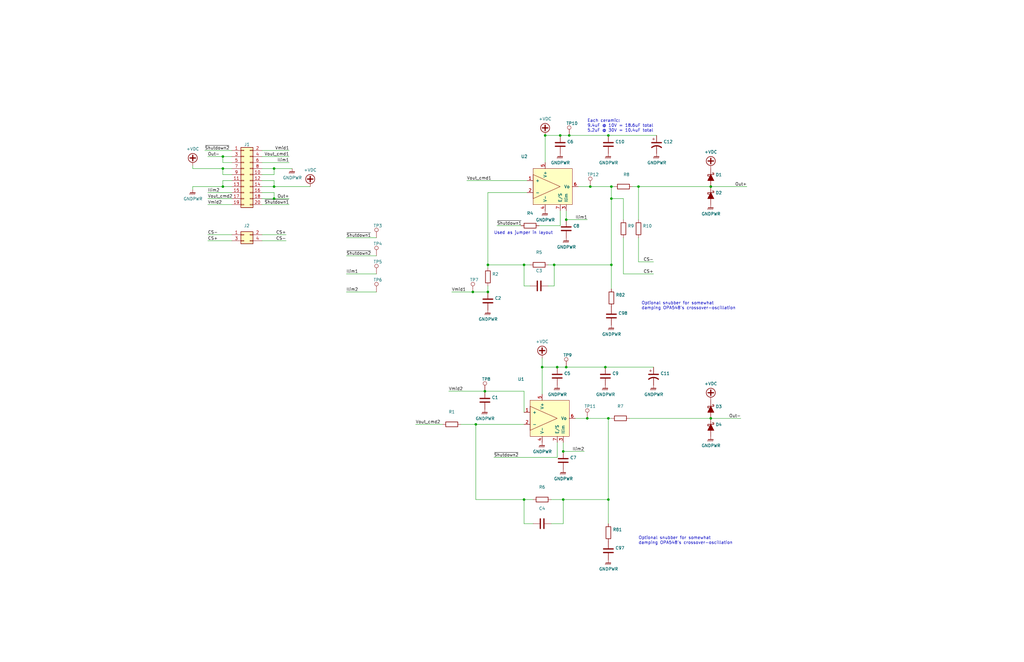
<source format=kicad_sch>
(kicad_sch (version 20211123) (generator eeschema)
  (paper "B")
  (title_block (title "Single Channel") (rev "D2") (company "Martinos Center @ MGH") (comment 1 "Don Straney"))
  (lib_symbols
    (symbol "Connector:TestPoint" (pin_numbers hide) (pin_names (offset 0.762) hide)
      (property "Reference" "TP" (at 0 6.858 0))
      (property "Value" "TestPoint" (at 0 5.08 0))
      (symbol "TestPoint_0_1"
        (circle (center 0 3.302) (radius 0.762))
      )
      (symbol "TestPoint_1_1"
        (pin passive line (at 0 0 90) (length 2.54) (name "1") (number "1"))
      )
    )
    (symbol "Connector_Generic:Conn_02x02_Odd_Even" (pin_names (offset 1.016) hide)
      (property "Reference" "J" (at 1.27 2.54 0))
      (property "Value" "Conn_02x02_Odd_Even" (at 1.27 -5.08 0))
      (symbol "Conn_02x02_Odd_Even_1_1"
        (rectangle (start -1.27 -2.413) (end 0 -2.667) (stroke (width 0.1524)))
        (rectangle (start -1.27 0.127) (end 0 -0.127) (stroke (width 0.1524)))
        (rectangle (start -1.27 1.27) (end 3.81 -3.81) (stroke (width 0.254)) (fill (type background)))
        (rectangle (start 3.81 -2.413) (end 2.54 -2.667) (stroke (width 0.1524)))
        (rectangle (start 3.81 0.127) (end 2.54 -0.127) (stroke (width 0.1524)))
        (pin passive line (at -5.08 0 0) (length 3.81) (name "Pin_1") (number "1"))
        (pin passive line (at 7.62 0 180) (length 3.81) (name "Pin_2") (number "2"))
        (pin passive line (at -5.08 -2.54 0) (length 3.81) (name "Pin_3") (number "3"))
        (pin passive line (at 7.62 -2.54 180) (length 3.81) (name "Pin_4") (number "4"))
      )
    )
    (symbol "Connector_Generic:Conn_02x10_Odd_Even" (pin_names (offset 1.016) hide)
      (property "Reference" "J" (at 1.27 12.7 0))
      (property "Value" "Conn_02x10_Odd_Even" (at 1.27 -15.24 0))
      (symbol "Conn_02x10_Odd_Even_1_1"
        (rectangle (start -1.27 -12.573) (end 0 -12.827) (stroke (width 0.1524)))
        (rectangle (start -1.27 -10.033) (end 0 -10.287) (stroke (width 0.1524)))
        (rectangle (start -1.27 -7.493) (end 0 -7.747) (stroke (width 0.1524)))
        (rectangle (start -1.27 -4.953) (end 0 -5.207) (stroke (width 0.1524)))
        (rectangle (start -1.27 -2.413) (end 0 -2.667) (stroke (width 0.1524)))
        (rectangle (start -1.27 0.127) (end 0 -0.127) (stroke (width 0.1524)))
        (rectangle (start -1.27 2.667) (end 0 2.413) (stroke (width 0.1524)))
        (rectangle (start -1.27 5.207) (end 0 4.953) (stroke (width 0.1524)))
        (rectangle (start -1.27 7.747) (end 0 7.493) (stroke (width 0.1524)))
        (rectangle (start -1.27 10.287) (end 0 10.033) (stroke (width 0.1524)))
        (rectangle (start -1.27 11.43) (end 3.81 -13.97) (stroke (width 0.254)) (fill (type background)))
        (rectangle (start 3.81 -12.573) (end 2.54 -12.827) (stroke (width 0.1524)))
        (rectangle (start 3.81 -10.033) (end 2.54 -10.287) (stroke (width 0.1524)))
        (rectangle (start 3.81 -7.493) (end 2.54 -7.747) (stroke (width 0.1524)))
        (rectangle (start 3.81 -4.953) (end 2.54 -5.207) (stroke (width 0.1524)))
        (rectangle (start 3.81 -2.413) (end 2.54 -2.667) (stroke (width 0.1524)))
        (rectangle (start 3.81 0.127) (end 2.54 -0.127) (stroke (width 0.1524)))
        (rectangle (start 3.81 2.667) (end 2.54 2.413) (stroke (width 0.1524)))
        (rectangle (start 3.81 5.207) (end 2.54 4.953) (stroke (width 0.1524)))
        (rectangle (start 3.81 7.747) (end 2.54 7.493) (stroke (width 0.1524)))
        (rectangle (start 3.81 10.287) (end 2.54 10.033) (stroke (width 0.1524)))
        (pin passive line (at -5.08 10.16 0) (length 3.81) (name "Pin_1") (number "1"))
        (pin passive line (at 7.62 0 180) (length 3.81) (name "Pin_10") (number "10"))
        (pin passive line (at -5.08 -2.54 0) (length 3.81) (name "Pin_11") (number "11"))
        (pin passive line (at 7.62 -2.54 180) (length 3.81) (name "Pin_12") (number "12"))
        (pin passive line (at -5.08 -5.08 0) (length 3.81) (name "Pin_13") (number "13"))
        (pin passive line (at 7.62 -5.08 180) (length 3.81) (name "Pin_14") (number "14"))
        (pin passive line (at -5.08 -7.62 0) (length 3.81) (name "Pin_15") (number "15"))
        (pin passive line (at 7.62 -7.62 180) (length 3.81) (name "Pin_16") (number "16"))
        (pin passive line (at -5.08 -10.16 0) (length 3.81) (name "Pin_17") (number "17"))
        (pin passive line (at 7.62 -10.16 180) (length 3.81) (name "Pin_18") (number "18"))
        (pin passive line (at -5.08 -12.7 0) (length 3.81) (name "Pin_19") (number "19"))
        (pin passive line (at 7.62 10.16 180) (length 3.81) (name "Pin_2") (number "2"))
        (pin passive line (at 7.62 -12.7 180) (length 3.81) (name "Pin_20") (number "20"))
        (pin passive line (at -5.08 7.62 0) (length 3.81) (name "Pin_3") (number "3"))
        (pin passive line (at 7.62 7.62 180) (length 3.81) (name "Pin_4") (number "4"))
        (pin passive line (at -5.08 5.08 0) (length 3.81) (name "Pin_5") (number "5"))
        (pin passive line (at 7.62 5.08 180) (length 3.81) (name "Pin_6") (number "6"))
        (pin passive line (at -5.08 2.54 0) (length 3.81) (name "Pin_7") (number "7"))
        (pin passive line (at 7.62 2.54 180) (length 3.81) (name "Pin_8") (number "8"))
        (pin passive line (at -5.08 0 0) (length 3.81) (name "Pin_9") (number "9"))
      )
    )
    (symbol "Device:C" (pin_numbers hide) (pin_names (offset 0.254))
      (property "Reference" "C" (at 0.635 2.54 0))
      (property "Value" "C" (at 0.635 -2.54 0))
      (symbol "C_0_1"
        (polyline (pts (xy -2.032 -0.762) (xy 2.032 -0.762)) (stroke (width 0.508)))
        (polyline (pts (xy -2.032 0.762) (xy 2.032 0.762)) (stroke (width 0.508)))
      )
      (symbol "C_1_1"
        (pin passive line (at 0 3.81 270) (length 2.794) (name "~") (number "1"))
        (pin passive line (at 0 -3.81 90) (length 2.794) (name "~") (number "2"))
      )
    )
    (symbol "Device:R" (pin_numbers hide) (pin_names (offset 0))
      (property "Reference" "R" (at 2.032 0 90))
      (property "Value" "R" (at 0 0 90))
      (symbol "R_0_1"
        (rectangle (start -1.016 -2.54) (end 1.016 2.54) (stroke (width 0.254)))
      )
      (symbol "R_1_1"
        (pin passive line (at 0 3.81 270) (length 1.27) (name "~") (number "1"))
        (pin passive line (at 0 -3.81 90) (length 1.27) (name "~") (number "2"))
      )
    )
    (symbol "amp-pwr-rescue:CP1-Device" (pin_numbers hide) (pin_names (offset 0.254) hide)
      (property "Reference" "C" (at 0.635 2.54 0))
      (property "Value" "CP1-Device" (at 0.635 -2.54 0))
      (symbol "CP1-Device_0_1"
        (polyline (pts (xy -2.032 0.762) (xy 2.032 0.762)) (stroke (width 0.508)))
        (polyline (pts (xy -1.778 2.286) (xy -0.762 2.286)))
        (polyline (pts (xy -1.27 1.778) (xy -1.27 2.794)))
        (arc (start 2.032 -1.27) (mid 0 -0.5572) (end -2.032 -1.27) (stroke (width 0.508)))
      )
      (symbol "CP1-Device_1_1"
        (pin passive line (at 0 3.81 270) (length 2.794) (name "~") (number "1"))
        (pin passive line (at 0 -3.81 90) (length 3.302) (name "~") (number "2"))
      )
    )
    (symbol "amp-pwr-rescue:D_Schottky_ALT-Device" (pin_numbers hide) (pin_names (offset 1.016) hide)
      (property "Reference" "D" (at 0 2.54 0))
      (property "Value" "D_Schottky_ALT-Device" (at 0 -2.54 0))
      (symbol "D_Schottky_ALT-Device_0_1"
        (polyline (pts (xy 1.27 0) (xy -1.27 0)))
        (polyline (pts (xy 1.27 1.27) (xy 1.27 -1.27) (xy -1.27 0) (xy 1.27 1.27)) (stroke (width 0.254)) (fill (type outline)))
        (polyline (pts (xy -1.905 0.635) (xy -1.905 1.27) (xy -1.27 1.27) (xy -1.27 -1.27) (xy -0.635 -1.27) (xy -0.635 -0.635)) (stroke (width 0.254)))
      )
      (symbol "D_Schottky_ALT-Device_1_1"
        (pin passive line (at -3.81 0 0) (length 2.54) (name "K") (number "1"))
        (pin passive line (at 3.81 0 180) (length 2.54) (name "A") (number "2"))
      )
    )
    (symbol "amp-pwr-rescue:OPA548KTW-Martinos" (pin_names (offset 1.016))
      (property "Reference" "U" (at 5.08 11.43 0))
      (property "Value" "OPA548KTW-Martinos" (at 8.89 8.89 0))
      (symbol "OPA548KTW-Martinos_0_1"
        (rectangle (start -3.81 7.62) (end 12.7 -7.62) (fill (type background)))
        (polyline (pts (xy -3.81 5.08) (xy 7.62 0) (xy -3.81 -5.08) (xy -3.81 5.08)) (fill (type background)))
      )
      (symbol "OPA548KTW-Martinos_1_1"
        (pin input line (at -6.35 2.54 0) (length 2.54) (name "+") (number "1"))
        (pin input line (at -6.35 -2.54 0) (length 2.54) (name "-") (number "2"))
        (pin passive line (at 10.16 -10.16 90) (length 2.54) (name "Ilim") (number "3"))
        (pin power_in line (at 1.27 -10.16 90) (length 2.54) (name "V-") (number "4"))
        (pin power_in line (at 1.27 10.16 270) (length 2.54) (name "V+") (number "5"))
        (pin output line (at 15.24 0 180) (length 2.54) (name "Vo") (number "6"))
        (pin passive line (at 7.62 -10.16 90) (length 2.54) (name "E/S") (number "7"))
      )
    )
    (symbol "power:+VDC" (power) (pin_names (offset 0))
      (property "Value" "+VDC" (at 0 6.35 0))
      (symbol "+VDC_0_1"
        (polyline (pts (xy -1.143 3.175) (xy 1.143 3.175)) (stroke (width 0.508)))
        (polyline (pts (xy 0 0) (xy 0 1.27)))
        (polyline (pts (xy 0 2.032) (xy 0 4.318)) (stroke (width 0.508)))
        (circle (center 0 3.175) (radius 1.905) (stroke (width 0.254)))
      )
      (symbol "+VDC_1_1"
        (pin power_in line (at 0 0 90) (length 0) hide (name "+VDC") (number "1"))
      )
    )
    (symbol "power:GNDPWR" (power) (pin_names (offset 0))
      (property "Value" "GNDPWR" (at 0 -3.302 0))
      (symbol "GNDPWR_0_1"
        (polyline (pts (xy 0 -1.27) (xy 0 0)))
        (polyline (pts (xy -1.016 -1.27) (xy -1.27 -2.032) (xy -1.27 -2.032)) (stroke (width 0.2032)))
        (polyline (pts (xy -0.508 -1.27) (xy -0.762 -2.032) (xy -0.762 -2.032)) (stroke (width 0.2032)))
        (polyline (pts (xy 0 -1.27) (xy -0.254 -2.032) (xy -0.254 -2.032)) (stroke (width 0.2032)))
        (polyline (pts (xy 0.508 -1.27) (xy 0.254 -2.032) (xy 0.254 -2.032)) (stroke (width 0.2032)))
        (polyline (pts (xy 1.016 -1.27) (xy -1.016 -1.27) (xy -1.016 -1.27)) (stroke (width 0.2032)))
        (polyline (pts (xy 1.016 -1.27) (xy 0.762 -2.032) (xy 0.762 -2.032) (xy 0.762 -2.032)) (stroke (width 0.2032)))
      )
      (symbol "GNDPWR_1_1"
        (pin power_in line (at 0 0 270) (length 0) hide (name "GNDPWR") (number "1"))
      )
    )
  )
  (junction (at 255.27 154.94))
  (junction (at 204.47 165.1))
  (junction (at 238.76 92.71))
  (junction (at 299.72 78.74))
  (junction (at 269.24 78.74))
  (junction (at 256.54 176.53))
  (junction (at 233.68 111.76))
  (junction (at 115.57 71.12))
  (junction (at 237.49 210.82))
  (junction (at 299.72 176.53))
  (junction (at 115.57 78.74))
  (junction (at 256.54 210.82))
  (junction (at 257.81 111.76))
  (junction (at 199.39 123.19))
  (junction (at 238.76 154.94))
  (junction (at 256.54 57.15))
  (junction (at 205.74 111.76))
  (junction (at 220.98 111.76))
  (junction (at 257.81 83.82))
  (junction (at 229.87 57.15))
  (junction (at 93.98 78.74))
  (junction (at 257.81 78.74))
  (junction (at 234.95 154.94))
  (junction (at 228.6 154.94))
  (junction (at 237.49 190.5))
  (junction (at 200.66 179.07))
  (junction (at 115.57 83.82))
  (junction (at 220.98 210.82))
  (junction (at 248.92 78.74))
  (junction (at 240.03 57.15))
  (junction (at 93.98 66.04))
  (junction (at 205.74 123.19))
  (junction (at 236.22 57.15))
  (junction (at 247.65 176.53))
  (junction (at 93.98 71.12))
  (wire (pts (xy 262.89 83.82) (xy 257.81 83.82)))
  (wire (pts (xy 240.03 57.15) (xy 256.54 57.15)))
  (wire (pts (xy 257.81 83.82) (xy 257.81 111.76)))
  (wire (pts (xy 229.87 57.15) (xy 229.87 68.58)))
  (wire (pts (xy 232.41 210.82) (xy 237.49 210.82)))
  (wire (pts (xy 236.22 88.9) (xy 236.22 95.25)))
  (wire (pts (xy 86.36 63.5) (xy 97.79 63.5)))
  (wire (pts (xy 256.54 57.15) (xy 276.86 57.15)))
  (wire (pts (xy 146.05 107.95) (xy 158.75 107.95)))
  (wire (pts (xy 208.28 193.04) (xy 234.95 193.04)))
  (wire (pts (xy 256.54 176.53) (xy 257.81 176.53)))
  (wire (pts (xy 200.66 210.82) (xy 200.66 179.07)))
  (wire (pts (xy 93.98 78.74) (xy 97.79 78.74)))
  (wire (pts (xy 146.05 115.57) (xy 158.75 115.57)))
  (wire (pts (xy 110.49 81.28) (xy 115.57 81.28)))
  (wire (pts (xy 220.98 210.82) (xy 200.66 210.82)))
  (wire (pts (xy 87.63 83.82) (xy 97.79 83.82)))
  (wire (pts (xy 299.72 176.53) (xy 312.42 176.53)))
  (wire (pts (xy 205.74 120.65) (xy 205.74 123.19)))
  (wire (pts (xy 220.98 173.99) (xy 220.98 165.1)))
  (wire (pts (xy 93.98 68.58) (xy 93.98 66.04)))
  (wire (pts (xy 130.81 78.74) (xy 115.57 78.74)))
  (wire (pts (xy 265.43 176.53) (xy 299.72 176.53)))
  (wire (pts (xy 110.49 63.5) (xy 121.92 63.5)))
  (wire (pts (xy 237.49 186.69) (xy 237.49 190.5)))
  (wire (pts (xy 224.79 210.82) (xy 220.98 210.82)))
  (wire (pts (xy 110.49 99.06) (xy 120.65 99.06)))
  (wire (pts (xy 146.05 123.19) (xy 158.75 123.19)))
  (wire (pts (xy 115.57 83.82) (xy 121.92 83.82)))
  (wire (pts (xy 242.57 176.53) (xy 247.65 176.53)))
  (wire (pts (xy 269.24 100.33) (xy 269.24 110.49)))
  (wire (pts (xy 220.98 120.65) (xy 220.98 111.76)))
  (wire (pts (xy 81.28 71.12) (xy 93.98 71.12)))
  (wire (pts (xy 115.57 76.2) (xy 115.57 78.74)))
  (wire (pts (xy 87.63 81.28) (xy 97.79 81.28)))
  (wire (pts (xy 93.98 76.2) (xy 93.98 78.74)))
  (wire (pts (xy 269.24 110.49) (xy 275.59 110.49)))
  (wire (pts (xy 115.57 71.12) (xy 110.49 71.12)))
  (wire (pts (xy 97.79 101.6) (xy 87.63 101.6)))
  (wire (pts (xy 81.28 80.01) (xy 81.28 78.74)))
  (wire (pts (xy 115.57 78.74) (xy 110.49 78.74)))
  (wire (pts (xy 229.87 57.15) (xy 236.22 57.15)))
  (wire (pts (xy 257.81 78.74) (xy 248.92 78.74)))
  (wire (pts (xy 121.92 86.36) (xy 110.49 86.36)))
  (wire (pts (xy 110.49 68.58) (xy 121.92 68.58)))
  (wire (pts (xy 223.52 111.76) (xy 220.98 111.76)))
  (wire (pts (xy 238.76 154.94) (xy 255.27 154.94)))
  (wire (pts (xy 219.71 95.25) (xy 209.55 95.25)))
  (wire (pts (xy 233.68 111.76) (xy 257.81 111.76)))
  (wire (pts (xy 110.49 73.66) (xy 115.57 73.66)))
  (wire (pts (xy 266.7 78.74) (xy 269.24 78.74)))
  (wire (pts (xy 256.54 220.98) (xy 256.54 210.82)))
  (wire (pts (xy 81.28 78.74) (xy 93.98 78.74)))
  (wire (pts (xy 200.66 179.07) (xy 194.31 179.07)))
  (wire (pts (xy 123.19 71.12) (xy 115.57 71.12)))
  (wire (pts (xy 223.52 120.65) (xy 220.98 120.65)))
  (wire (pts (xy 247.65 176.53) (xy 256.54 176.53)))
  (wire (pts (xy 175.26 179.07) (xy 186.69 179.07)))
  (wire (pts (xy 93.98 73.66) (xy 93.98 71.12)))
  (wire (pts (xy 87.63 86.36) (xy 97.79 86.36)))
  (wire (pts (xy 97.79 73.66) (xy 93.98 73.66)))
  (wire (pts (xy 257.81 121.92) (xy 257.81 111.76)))
  (wire (pts (xy 110.49 83.82) (xy 115.57 83.82)))
  (wire (pts (xy 236.22 57.15) (xy 240.03 57.15)))
  (wire (pts (xy 222.25 76.2) (xy 196.85 76.2)))
  (wire (pts (xy 115.57 81.28) (xy 115.57 83.82)))
  (wire (pts (xy 224.79 220.98) (xy 220.98 220.98)))
  (wire (pts (xy 299.72 78.74) (xy 314.96 78.74)))
  (wire (pts (xy 262.89 100.33) (xy 262.89 115.57)))
  (wire (pts (xy 220.98 220.98) (xy 220.98 210.82)))
  (wire (pts (xy 110.49 101.6) (xy 120.65 101.6)))
  (wire (pts (xy 115.57 73.66) (xy 115.57 71.12)))
  (wire (pts (xy 238.76 88.9) (xy 238.76 92.71)))
  (wire (pts (xy 237.49 210.82) (xy 256.54 210.82)))
  (wire (pts (xy 262.89 92.71) (xy 262.89 83.82)))
  (wire (pts (xy 110.49 66.04) (xy 121.92 66.04)))
  (wire (pts (xy 146.05 100.33) (xy 158.75 100.33)))
  (wire (pts (xy 228.6 151.13) (xy 228.6 154.94)))
  (wire (pts (xy 232.41 220.98) (xy 237.49 220.98)))
  (wire (pts (xy 200.66 179.07) (xy 220.98 179.07)))
  (wire (pts (xy 231.14 120.65) (xy 233.68 120.65)))
  (wire (pts (xy 238.76 92.71) (xy 247.65 92.71)))
  (wire (pts (xy 236.22 95.25) (xy 227.33 95.25)))
  (wire (pts (xy 237.49 190.5) (xy 246.38 190.5)))
  (wire (pts (xy 220.98 111.76) (xy 205.74 111.76)))
  (wire (pts (xy 199.39 123.19) (xy 205.74 123.19)))
  (wire (pts (xy 257.81 78.74) (xy 257.81 83.82)))
  (wire (pts (xy 234.95 154.94) (xy 238.76 154.94)))
  (wire (pts (xy 93.98 71.12) (xy 97.79 71.12)))
  (wire (pts (xy 228.6 154.94) (xy 234.95 154.94)))
  (wire (pts (xy 110.49 76.2) (xy 115.57 76.2)))
  (wire (pts (xy 262.89 115.57) (xy 275.59 115.57)))
  (wire (pts (xy 233.68 120.65) (xy 233.68 111.76)))
  (wire (pts (xy 97.79 99.06) (xy 87.63 99.06)))
  (wire (pts (xy 205.74 111.76) (xy 205.74 81.28)))
  (wire (pts (xy 205.74 111.76) (xy 205.74 113.03)))
  (wire (pts (xy 231.14 111.76) (xy 233.68 111.76)))
  (wire (pts (xy 190.5 123.19) (xy 199.39 123.19)))
  (wire (pts (xy 93.98 66.04) (xy 97.79 66.04)))
  (wire (pts (xy 97.79 76.2) (xy 93.98 76.2)))
  (wire (pts (xy 269.24 78.74) (xy 299.72 78.74)))
  (wire (pts (xy 87.63 66.04) (xy 93.98 66.04)))
  (wire (pts (xy 248.92 78.74) (xy 243.84 78.74)))
  (wire (pts (xy 97.79 68.58) (xy 93.98 68.58)))
  (wire (pts (xy 237.49 220.98) (xy 237.49 210.82)))
  (wire (pts (xy 234.95 186.69) (xy 234.95 193.04)))
  (wire (pts (xy 228.6 154.94) (xy 228.6 166.37)))
  (wire (pts (xy 256.54 176.53) (xy 256.54 210.82)))
  (wire (pts (xy 220.98 165.1) (xy 204.47 165.1)))
  (wire (pts (xy 269.24 92.71) (xy 269.24 78.74)))
  (wire (pts (xy 205.74 81.28) (xy 222.25 81.28)))
  (wire (pts (xy 255.27 154.94) (xy 275.59 154.94)))
  (wire (pts (xy 257.81 78.74) (xy 259.08 78.74)))
  (wire (pts (xy 81.28 69.85) (xy 81.28 71.12)))
  (wire (pts (xy 189.23 165.1) (xy 204.47 165.1)))
  (text "Optional snubber for somewhat\ndamping OPA548's crossover-oscillation" (at 269.24 229.87 0) (effects (font (size 1.27 1.27)) (justify left bottom)))
  (text "Optional snubber for somewhat\ndamping OPA548's crossover-oscillation" (at 270.51 130.81 0) (effects (font (size 1.27 1.27)) (justify left bottom)))
  (text "Used as jumper in layout" (at 208.28 99.06 0) (effects (font (size 1.27 1.27)) (justify left bottom)))
  (text "Each ceramic:\n9.4uF @ 10V = 18.6uF total\n5.2uF @ 30V = 10.4uF total" (at 247.65 55.88 0) (effects (font (size 1.27 1.27)) (justify left bottom)))
  (label "Ilim2" (at 246.38 190.5 180))
  (label "Vout_cmd2" (at 87.63 83.82 0))
  (label "~{Shutdown2}" (at 208.28 193.04 0))
  (label "Vmid2" (at 189.23 165.1 0))
  (label "CS+" (at 87.63 101.6 0))
  (label "Out+" (at 314.96 78.74 180))
  (label "Vout_cmd1" (at 196.85 76.2 0))
  (label "Ilim2" (at 146.05 123.19 0))
  (label "Vmid1" (at 121.92 63.5 180))
  (label "Out-" (at 87.63 66.04 0))
  (label "Ilim1" (at 146.05 115.57 0))
  (label "Out-" (at 312.42 176.53 180))
  (label "Ilim2" (at 87.63 81.28 0))
  (label "CS-" (at 87.63 99.06 0))
  (label "Ilim1" (at 121.92 68.58 180))
  (label "~{Shutdown1}" (at 121.92 86.36 180))
  (label "Vmid2" (at 87.63 86.36 0))
  (label "~{Shutdown1}" (at 146.05 100.33 0))
  (label "Vout_cmd2" (at 175.26 179.07 0))
  (label "Out+" (at 121.92 83.82 180))
  (label "~{Shutdown1}" (at 209.55 95.25 0))
  (label "CS-" (at 120.65 101.6 180))
  (label "Vout_cmd1" (at 121.92 66.04 180))
  (label "CS+" (at 275.59 115.57 180))
  (label "CS-" (at 275.59 110.49 180))
  (label "~{Shutdown2}" (at 86.36 63.5 0))
  (label "Vmid1" (at 190.5 123.19 0))
  (label "~{Shutdown2}" (at 146.05 107.95 0))
  (label "CS+" (at 120.65 99.06 180))
  (label "Ilim1" (at 247.65 92.71 180))
  (symbol (lib_id "power:GNDPWR") (at 81.28 80.01 0) (unit 1)
    (property "Reference" "#PWR0101" (effects hide))
  )
  (symbol (lib_id "power:+VDC") (at 81.28 69.85 0) (mirror y) (unit 1)
    (property "Reference" "#PWR0102" (effects hide))
  )
  (symbol (lib_id "power:GNDPWR") (at 238.76 100.33 0) (unit 1)
    (property "Reference" "#PWR0103" (effects hide))
  )
  (symbol (lib_id "power:GNDPWR") (at 229.87 88.9 0) (unit 1)
    (property "Reference" "#PWR0104" (effects hide))
  )
  (symbol (lib_id "power:GNDPWR") (at 228.6 186.69 0) (unit 1)
    (property "Reference" "#PWR0105" (effects hide))
  )
  (symbol (lib_id "power:GNDPWR") (at 237.49 198.12 0) (unit 1)
    (property "Reference" "#PWR0106" (effects hide))
  )
  (symbol (lib_id "power:GNDPWR") (at 205.74 130.81 0) (unit 1)
    (property "Reference" "#PWR0107" (effects hide))
  )
  (symbol (lib_id "power:+VDC") (at 229.87 57.15 0) (mirror y) (unit 1)
    (property "Reference" "#PWR0108" (effects hide))
  )
  (symbol (lib_id "power:GNDPWR") (at 204.47 172.72 0) (unit 1)
    (property "Reference" "#PWR0109" (effects hide))
  )
  (symbol (lib_id "power:+VDC") (at 228.6 151.13 0) (mirror y) (unit 1)
    (property "Reference" "#PWR0110" (effects hide))
  )
  (symbol (lib_id "power:GNDPWR") (at 236.22 64.77 0) (unit 1)
    (property "Reference" "#PWR0111" (effects hide))
  )
  (symbol (lib_id "power:GNDPWR") (at 256.54 64.77 0) (unit 1)
    (property "Reference" "#PWR0112" (effects hide))
  )
  (symbol (lib_id "power:GNDPWR") (at 276.86 64.77 0) (unit 1)
    (property "Reference" "#PWR0113" (effects hide))
  )
  (symbol (lib_id "power:GNDPWR") (at 234.95 162.56 0) (unit 1)
    (property "Reference" "#PWR0114" (effects hide))
  )
  (symbol (lib_id "power:GNDPWR") (at 255.27 162.56 0) (unit 1)
    (property "Reference" "#PWR0115" (effects hide))
  )
  (symbol (lib_id "power:GNDPWR") (at 275.59 162.56 0) (unit 1)
    (property "Reference" "#PWR0116" (effects hide))
  )
  (symbol (lib_id "power:+VDC") (at 299.72 71.12 0) (mirror y) (unit 1)
    (property "Reference" "#PWR0117" (effects hide))
  )
  (symbol (lib_id "power:GNDPWR") (at 299.72 86.36 0) (unit 1)
    (property "Reference" "#PWR0118" (effects hide))
  )
  (symbol (lib_id "power:+VDC") (at 299.72 168.91 0) (mirror y) (unit 1)
    (property "Reference" "#PWR0119" (effects hide))
  )
  (symbol (lib_id "power:GNDPWR") (at 299.72 184.15 0) (unit 1)
    (property "Reference" "#PWR0120" (effects hide))
  )
  (symbol (lib_id "power:+VDC") (at 130.81 78.74 0) (mirror y) (unit 1)
    (property "Reference" "#PWR0121" (effects hide))
  )
  (symbol (lib_id "power:GNDPWR") (at 123.19 71.12 0) (unit 1)
    (property "Reference" "#PWR0122" (effects hide))
  )
  (symbol (lib_id "Device:R") (at 262.89 78.74 270) (mirror x) (unit 1)
    (property "Reference" "R8" (at 264.16 73.66 90))
    (property "Datasheet" "https://www.vishay.com/docs/31059/wsrhigh.pdf" (effects hide))
    (property "Manufacturer" "Vishay" (effects hide))
    (property "Part Number" "WSR5R1000F" (effects hide))
    (property "Type" "SMT" (effects hide))
  )
  (symbol (lib_id "Connector_Generic:Conn_02x10_Odd_Even") (at 102.87 73.66 0) (unit 1)
    (property "Reference" "J1" (at 104.14 60.96 0))
    (property "Manufacturer" "Samtec" (effects hide))
    (property "Part Number" "TSM-110-03-L-DV-A" (effects hide))
    (property "Type" "SMT" (effects hide))
    (property "Manufacturer Alt." "Samtec" (effects hide))
    (property "Part Number Alt." "TSM-110-03-S-DV, TSM-110-03-L-DV, TSM-110-03-F-DV, or with -P / -TR / -P-TR suffix" (effects hide))
  )
  (symbol (lib_id "Connector_Generic:Conn_02x02_Odd_Even") (at 102.87 99.06 0) (unit 1)
    (property "Reference" "J2" (at 102.87 95.25 0) (effects (justify left)))
    (property "Manufacturer" "Samtec" (effects hide))
    (property "Part Number" "TSM-102-03-L-DV-A" (effects hide))
    (property "Type" "SMT" (effects hide))
    (property "Manufacturer Alt." "Samtec" (effects hide))
    (property "Part Number Alt." "TSM-102-03-S-DV, TSM-102-03-L-DV, TSM-102-03-F-DV, or with -P / -TR / -P-TR suffix" (effects hide))
  )
  (symbol (lib_id "amp-pwr-rescue:OPA548KTW-Martinos") (at 228.6 78.74 0) (unit 1)
    (property "Reference" "U2" (at 219.71 66.04 0) (effects (justify left)))
    (property "Manufacturer" "Texas Instruments" (effects hide))
    (property "Part Number" "OPA548F/500" (effects hide))
    (property "Type" "SMT" (effects hide))
    (property "Manufacturer Alt." "Texas Instruments" (effects hide))
    (property "Part Number Alt." "OPA548F/500G3, OPA548FKTWT, OPA548FKTWTG3" (effects hide))
  )
  (symbol (lib_id "amp-pwr-rescue:OPA548KTW-Martinos") (at 227.33 176.53 0) (unit 1)
    (property "Reference" "U1" (at 219.71 160.02 0))
    (property "Manufacturer" "Texas Instruments" (effects hide))
    (property "Part Number" "OPA548F/500" (effects hide))
    (property "Type" "SMT" (effects hide))
    (property "Manufacturer Alt." "Texas Instruments" (effects hide))
    (property "Part Number Alt." "OPA548F/500G3, OPA548FKTWT, OPA548FKTWTG3" (effects hide))
  )
  (symbol (lib_id "Device:R") (at 223.52 95.25 270) (unit 1)
    (property "Reference" "R4" (at 223.52 89.9922 90))
    (property "Type" "SMT" (effects hide))
    (property "Manufacturer" "Vishay" (effects hide))
    (property "Part Number" "CRCW12060000Z0EBC" (effects hide))
  )
  (symbol (lib_id "Device:C") (at 238.76 96.52 0) (unit 1)
    (property "Reference" "C8" (at 241.681 95.3516 0) (effects (justify left)))
    (property "Type" "SMT" (effects hide))
    (property "Manufacturer" "Murata" (effects hide))
    (property "Part Number" "GRM1885C1H103JA01D" (effects hide))
  )
  (symbol (lib_id "Device:C") (at 237.49 194.31 0) (unit 1)
    (property "Reference" "C7" (at 240.411 193.1416 0) (effects (justify left)))
    (property "Type" "SMT" (effects hide))
    (property "Manufacturer" "Murata" (effects hide))
    (property "Part Number" "GRM1885C1H103JA01D" (effects hide))
  )
  (symbol (lib_id "Device:R") (at 227.33 111.76 270) (unit 1)
    (property "Reference" "R5" (at 227.33 106.5022 90))
    (property "Type" "SMT" (effects hide))
    (property "Manufacturer" "Vishay" (effects hide))
    (property "Part Number" "CRCW12060000Z0EBC" (effects hide))
  )
  (symbol (lib_id "Device:R") (at 205.74 116.84 180) (unit 1)
    (property "Reference" "R2" (at 207.518 115.6716 0) (effects (justify right)))
    (property "DNP" "DNP" (effects hide))
    (property "Type" "SMT" (effects hide))
  )
  (symbol (lib_id "Device:R") (at 190.5 179.07 90) (unit 1)
    (property "Reference" "R1" (at 190.5 173.8122 90))
    (property "Type" "SMT" (effects hide))
    (property "Manufacturer" "KOA Speer" (effects hide))
    (property "Notes" "RK73H series 3.3K 1% also acceptable" (effects hide))
    (property "Part Number" "RK73H2BTTD3321F" (effects hide))
  )
  (symbol (lib_id "Device:R") (at 228.6 210.82 90) (unit 1)
    (property "Reference" "R6" (at 228.6 205.5622 90))
    (property "Type" "SMT" (effects hide))
    (property "Manufacturer" "KOA Speer" (effects hide))
    (property "Notes" "RK73H series 3.3K 1% also acceptable" (effects hide))
    (property "Part Number" "RK73H2BTTD3321F" (effects hide))
  )
  (symbol (lib_id "Device:R") (at 261.62 176.53 270) (mirror x) (unit 1)
    (property "Reference" "R7" (at 261.62 171.45 90))
    (property "Datasheet" "https://www.vishay.com/docs/31059/wsrhigh.pdf" (effects hide))
    (property "Manufacturer" "Vishay" (effects hide))
    (property "Part Number" "WSR5R1000F" (effects hide))
    (property "Type" "SMT" (effects hide))
  )
  (symbol (lib_id "Device:C") (at 227.33 120.65 270) (unit 1)
    (property "Reference" "C3" (at 227.33 114.2492 90))
    (property "DNP" "DNP" (effects hide))
    (property "Type" "SMT" (effects hide))
  )
  (symbol (lib_id "Device:C") (at 228.6 220.98 270) (unit 1)
    (property "Reference" "C4" (at 228.6 214.5792 90))
    (property "DNP" "DNP" (effects hide))
    (property "Type" "SMT" (effects hide))
  )
  (symbol (lib_id "Device:C") (at 205.74 127 180) (unit 1)
    (property "Reference" "C2" (at 208.661 125.8316 0) (effects (justify right)))
    (property "Manufacturer" "Kemet" (effects hide))
    (property "Part Number" "C1206C105K5RACTU" (effects hide))
    (property "Type" "SMT" (effects hide))
  )
  (symbol (lib_id "Device:C") (at 204.47 168.91 180) (unit 1)
    (property "Reference" "C1" (at 207.391 167.7416 0) (effects (justify right)))
    (property "Manufacturer" "Kemet" (effects hide))
    (property "Part Number" "C1206C105K5RACTU" (effects hide))
    (property "Type" "SMT" (effects hide))
  )
  (symbol (lib_id "Device:C") (at 236.22 60.96 0) (unit 1)
    (property "Reference" "C6" (at 239.141 59.7916 0) (effects (justify left)))
    (property "Manufacturer" "Murata" (effects hide))
    (property "Part Number" "GCM32EC71H106KA03" (effects hide))
    (property "Type" "SMT" (effects hide))
  )
  (symbol (lib_id "Device:C") (at 256.54 60.96 0) (unit 1)
    (property "Reference" "C10" (at 259.461 59.7916 0) (effects (justify left)))
    (property "Manufacturer" "Murata" (effects hide))
    (property "Part Number" "GCM32EC71H106KA03" (effects hide))
    (property "Type" "SMT" (effects hide))
  )
  (symbol (lib_id "amp-pwr-rescue:CP1-Device") (at 276.86 60.96 0) (unit 1)
    (property "Reference" "C12" (at 279.781 59.7916 0) (effects (justify left)))
    (property "Manufacturer" "Nichicon" (effects hide))
    (property "Part Number" "PCR1V221MCL1GS" (effects hide))
    (property "Type" "SMT" (effects hide))
    (property "Manufacturer Alt." "Kemet" (effects hide))
    (property "Part Number Alt." "A768KS227M1VLAE024" (effects hide))
    (property "Notes" "Other alternates include: Kemet A769KS227M1VLAS016" (effects hide))
  )
  (symbol (lib_id "Device:C") (at 234.95 158.75 0) (unit 1)
    (property "Reference" "C5" (at 237.871 157.5816 0) (effects (justify left)))
    (property "Manufacturer" "Murata" (effects hide))
    (property "Part Number" "GCM32EC71H106KA03" (effects hide))
    (property "Type" "SMT" (effects hide))
  )
  (symbol (lib_id "Device:C") (at 255.27 158.75 0) (unit 1)
    (property "Reference" "C9" (at 258.191 157.5816 0) (effects (justify left)))
    (property "Manufacturer" "Murata" (effects hide))
    (property "Part Number" "GCM32EC71H106KA03" (effects hide))
    (property "Type" "SMT" (effects hide))
  )
  (symbol (lib_id "amp-pwr-rescue:CP1-Device") (at 275.59 158.75 0) (unit 1)
    (property "Reference" "C11" (at 278.511 157.5816 0) (effects (justify left)))
    (property "Manufacturer" "Nichicon" (effects hide))
    (property "Part Number" "PCR1V221MCL1GS" (effects hide))
    (property "Type" "SMT" (effects hide))
    (property "Manufacturer Alt." "Kemet" (effects hide))
    (property "Part Number Alt." "A768KS227M1VLAE024" (effects hide))
    (property "Notes" "Other alternates include: Kemet A769KS227M1VLAS016" (effects hide))
  )
  (symbol (lib_id "Device:R") (at 262.89 96.52 180) (unit 1)
    (property "Reference" "R9" (at 264.668 95.3516 0) (effects (justify right)))
    (property "Type" "SMT" (effects hide))
    (property "Manufacturer" "Vishay" (effects hide))
    (property "Part Number" "CRCW06030000Z0EC" (effects hide))
  )
  (symbol (lib_id "Device:R") (at 269.24 96.52 180) (unit 1)
    (property "Reference" "R10" (at 271.018 95.3516 0) (effects (justify right)))
    (property "Type" "SMT" (effects hide))
    (property "Manufacturer" "Vishay" (effects hide))
    (property "Part Number" "CRCW06030000Z0EC" (effects hide))
  )
  (symbol (lib_id "amp-pwr-rescue:D_Schottky_ALT-Device") (at 299.72 74.93 270) (unit 1)
    (property "Reference" "D1" (at 301.7266 73.7616 90) (effects (justify left)))
    (property "Manufacturer" "ST" (effects hide))
    (property "Part Number" "STPS2L60A" (effects hide))
    (property "Type" "SMT" (effects hide))
  )
  (symbol (lib_id "amp-pwr-rescue:D_Schottky_ALT-Device") (at 299.72 82.55 270) (unit 1)
    (property "Reference" "D2" (at 301.7266 81.3816 90) (effects (justify left)))
    (property "Manufacturer" "ST" (effects hide))
    (property "Part Number" "STPS2L60A" (effects hide))
    (property "Type" "SMT" (effects hide))
  )
  (symbol (lib_id "amp-pwr-rescue:D_Schottky_ALT-Device") (at 299.72 172.72 270) (unit 1)
    (property "Reference" "D3" (at 301.7266 171.5516 90) (effects (justify left)))
    (property "Manufacturer" "ST" (effects hide))
    (property "Part Number" "STPS2L60A" (effects hide))
    (property "Type" "SMT" (effects hide))
  )
  (symbol (lib_id "amp-pwr-rescue:D_Schottky_ALT-Device") (at 299.72 180.34 270) (unit 1)
    (property "Reference" "D4" (at 301.7266 179.1716 90) (effects (justify left)))
    (property "Manufacturer" "ST" (effects hide))
    (property "Part Number" "STPS2L60A" (effects hide))
    (property "Type" "SMT" (effects hide))
  )
  (symbol (lib_id "Connector:TestPoint") (at 240.03 57.15 0) (unit 1)
    (property "Reference" "TP10" (at 238.76 52.07 0) (effects (justify left)))
  )
  (symbol (lib_id "Connector:TestPoint") (at 238.76 154.94 0) (unit 1)
    (property "Reference" "TP9" (at 237.49 149.86 0) (effects (justify left)))
  )
  (symbol (lib_id "Connector:TestPoint") (at 248.92 78.74 0) (unit 1)
    (property "Reference" "TP12" (at 247.65 73.66 0) (effects (justify left)))
  )
  (symbol (lib_id "Connector:TestPoint") (at 247.65 176.53 0) (unit 1)
    (property "Reference" "TP11" (at 246.38 171.45 0) (effects (justify left)))
  )
  (symbol (lib_id "Connector:TestPoint") (at 204.47 165.1 0) (unit 1)
    (property "Reference" "TP8" (at 203.2 160.02 0) (effects (justify left)))
  )
  (symbol (lib_id "Connector:TestPoint") (at 199.39 123.19 0) (unit 1)
    (property "Reference" "TP7" (at 198.12 118.11 0) (effects (justify left)))
  )
  (symbol (lib_id "Connector:TestPoint") (at 158.75 100.33 0) (unit 1)
    (property "Reference" "TP3" (at 157.48 95.25 0) (effects (justify left)))
  )
  (symbol (lib_id "Connector:TestPoint") (at 158.75 107.95 0) (unit 1)
    (property "Reference" "TP4" (at 157.48 102.87 0) (effects (justify left)))
  )
  (symbol (lib_id "Connector:TestPoint") (at 158.75 115.57 0) (unit 1)
    (property "Reference" "TP5" (at 157.48 110.49 0) (effects (justify left)))
  )
  (symbol (lib_id "Connector:TestPoint") (at 158.75 123.19 0) (unit 1)
    (property "Reference" "TP6" (at 157.48 118.11 0) (effects (justify left)))
  )
  (symbol (lib_id "Device:R") (at 257.81 125.73 180) (unit 1)
    (property "Reference" "R82" (at 261.62 124.46 0))
    (property "Type" "SMT" (effects hide))
    (property "Manufacturer" "KOA Speer" (effects hide))
    (property "Part Number" "RK73H2BTTE10R0F" (effects hide))
  )
  (symbol (lib_id "Device:C") (at 257.81 133.35 0) (unit 1)
    (property "Reference" "C98" (at 260.731 132.1816 0) (effects (justify left)))
    (property "Type" "SMT" (effects hide))
    (property "Manufacturer" "Murata" (effects hide))
    (property "Part Number" "GRM1885C1H103JA01D" (effects hide))
  )
  (symbol (lib_id "power:GNDPWR") (at 257.81 137.16 0) (unit 1)
    (property "Reference" "#PWR0181" (effects hide))
  )
  (symbol (lib_id "Device:R") (at 256.54 224.79 180) (unit 1)
    (property "Reference" "R81" (at 260.35 223.52 0))
    (property "Type" "SMT" (effects hide))
    (property "Manufacturer" "KOA Speer" (effects hide))
    (property "Part Number" "RK73H2BTTE10R0F" (effects hide))
  )
  (symbol (lib_id "Device:C") (at 256.54 232.41 0) (unit 1)
    (property "Reference" "C97" (at 259.461 231.2416 0) (effects (justify left)))
    (property "Type" "SMT" (effects hide))
    (property "Manufacturer" "Murata" (effects hide))
    (property "Part Number" "GRM1885C1H103JA01D" (effects hide))
  )
  (symbol (lib_id "power:GNDPWR") (at 256.54 236.22 0) (unit 1)
    (property "Reference" "#PWR0182" (effects hide))
  )
)
</source>
